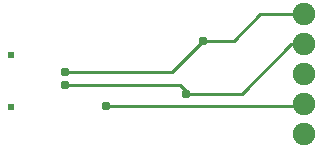
<source format=gbl>
G04 Layer_Physical_Order=2*
G04 Layer_Color=16711680*
%FSLAX23Y23*%
%MOIN*%
G70*
G01*
G75*
%ADD18C,0.010*%
%ADD19C,0.075*%
%ADD20C,0.024*%
%ADD21C,0.031*%
D18*
X1036Y472D02*
X1181D01*
X768Y236D02*
X797Y207D01*
X1139Y372D02*
X1181D01*
X974Y207D02*
X1139Y372D01*
X797Y207D02*
X974D01*
X788Y167D02*
X1181D01*
X846Y384D02*
X948D01*
X522Y167D02*
X787D01*
X788Y167D01*
X742Y279D02*
X846Y384D01*
X384Y279D02*
X742D01*
X948Y384D02*
X1036Y472D01*
X787Y207D02*
X797D01*
X384Y236D02*
X768D01*
D19*
X1181Y472D02*
D03*
Y372D02*
D03*
Y272D02*
D03*
Y172D02*
D03*
Y72D02*
D03*
D20*
X206Y335D02*
D03*
Y161D02*
D03*
D21*
X384Y279D02*
D03*
X522Y167D02*
D03*
X846Y384D02*
D03*
X787Y207D02*
D03*
X384Y236D02*
D03*
M02*

</source>
